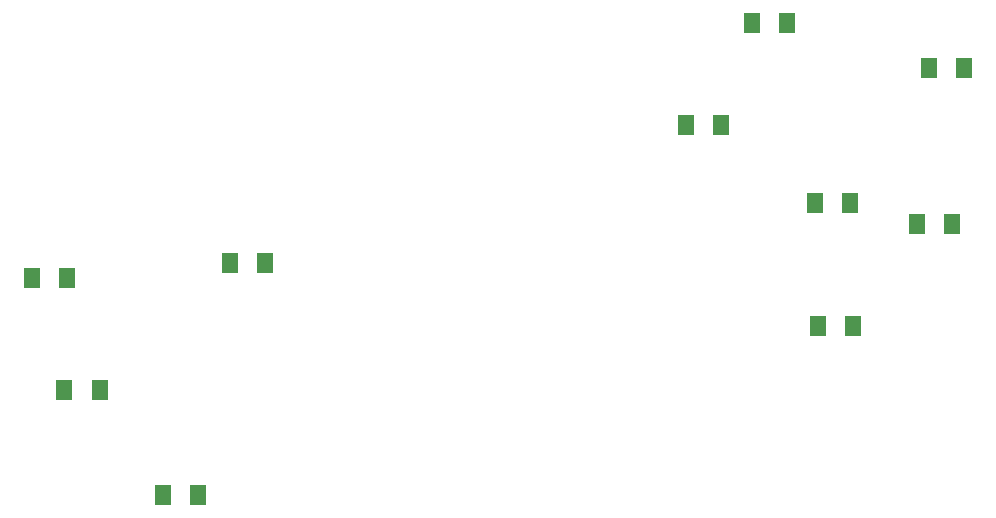
<source format=gbr>
%TF.GenerationSoftware,KiCad,Pcbnew,(6.0.4)*%
%TF.CreationDate,2022-06-03T16:22:06-07:00*%
%TF.ProjectId,Foxy_Pride,466f7879-5f50-4726-9964-652e6b696361,rev?*%
%TF.SameCoordinates,Original*%
%TF.FileFunction,Paste,Top*%
%TF.FilePolarity,Positive*%
%FSLAX46Y46*%
G04 Gerber Fmt 4.6, Leading zero omitted, Abs format (unit mm)*
G04 Created by KiCad (PCBNEW (6.0.4)) date 2022-06-03 16:22:06*
%MOMM*%
%LPD*%
G01*
G04 APERTURE LIST*
G04 Aperture macros list*
%AMRoundRect*
0 Rectangle with rounded corners*
0 $1 Rounding radius*
0 $2 $3 $4 $5 $6 $7 $8 $9 X,Y pos of 4 corners*
0 Add a 4 corners polygon primitive as box body*
4,1,4,$2,$3,$4,$5,$6,$7,$8,$9,$2,$3,0*
0 Add four circle primitives for the rounded corners*
1,1,$1+$1,$2,$3*
1,1,$1+$1,$4,$5*
1,1,$1+$1,$6,$7*
1,1,$1+$1,$8,$9*
0 Add four rect primitives between the rounded corners*
20,1,$1+$1,$2,$3,$4,$5,0*
20,1,$1+$1,$4,$5,$6,$7,0*
20,1,$1+$1,$6,$7,$8,$9,0*
20,1,$1+$1,$8,$9,$2,$3,0*%
G04 Aperture macros list end*
%ADD10RoundRect,0.250001X-0.462499X-0.624999X0.462499X-0.624999X0.462499X0.624999X-0.462499X0.624999X0*%
G04 APERTURE END LIST*
D10*
%TO.C,D9*%
X48042500Y-59944000D03*
X51017500Y-59944000D03*
%TD*%
%TO.C,D6*%
X97826500Y-65278000D03*
X100801500Y-65278000D03*
%TD*%
%TO.C,D3*%
X106208500Y-56642000D03*
X109183500Y-56642000D03*
%TD*%
%TO.C,D8*%
X34008000Y-70739000D03*
X36983000Y-70739000D03*
%TD*%
%TO.C,D5*%
X86650500Y-48260000D03*
X89625500Y-48260000D03*
%TD*%
%TO.C,D2*%
X92238500Y-39624000D03*
X95213500Y-39624000D03*
%TD*%
%TO.C,D4*%
X97572500Y-54864000D03*
X100547500Y-54864000D03*
%TD*%
%TO.C,D7*%
X31278500Y-61214000D03*
X34253500Y-61214000D03*
%TD*%
%TO.C,D1*%
X107224500Y-43434000D03*
X110199500Y-43434000D03*
%TD*%
%TO.C,D10*%
X42327500Y-79629000D03*
X45302500Y-79629000D03*
%TD*%
M02*

</source>
